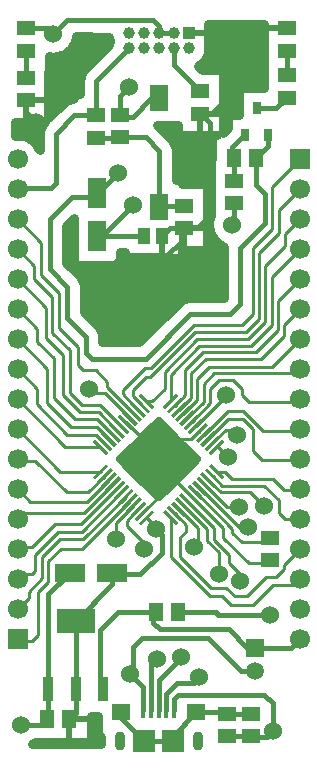
<source format=gbr>
G04 DipTrace 2.4.0.2*
%INTop.gbr*%
%MOMM*%
%ADD14C,0.406*%
%ADD15C,0.254*%
%ADD16C,0.4*%
%ADD17C,0.635*%
%ADD18C,0.762*%
%ADD19C,0.508*%
%ADD21R,2.6X1.6*%
%ADD22R,1.3X1.5*%
%ADD23R,1.5X1.3*%
%ADD24R,1.6X2.6*%
%ADD26R,1.7X1.7*%
%ADD27C,1.7*%
%ADD28R,1.9X1.9*%
%ADD29O,0.9X1.6*%
%ADD30R,1.6X1.4*%
%ADD31R,0.4X1.35*%
%ADD32R,1.0X1.0*%
%ADD33C,1.0*%
%ADD34R,1.0X1.35*%
%ADD35R,1.5X1.5*%
%ADD36C,1.5*%
%ADD38R,0.65X1.05*%
%ADD39R,1.6X2.2*%
%ADD41R,0.95X2.15*%
%ADD42R,3.25X2.15*%
%ADD44C,1.524*%
%FSLAX53Y53*%
G04*
G71*
G90*
G75*
G01*
%LNTop*%
%LPD*%
X16002Y61468D2*
D14*
X19457D1*
X21895D1*
X22337Y61910D1*
X24308D1*
X16992Y54658D2*
X17933D1*
X20921Y57646D1*
Y60004D1*
X19457Y61468D1*
X11022Y28900D2*
D15*
X11004D1*
X8890Y31015D1*
X7903D1*
X7565Y31352D1*
X16962Y22960D2*
X16967D1*
X20628Y19299D1*
X21085D1*
X21009Y19679D1*
X12437Y20486D2*
X13257Y19665D1*
D14*
Y19517D1*
X13748Y19026D1*
Y17503D1*
X11906Y15661D1*
X9531D1*
Y15813D1*
X5899Y3392D2*
X6431Y3923D1*
Y5955D1*
Y11755D1*
X9531Y14855D1*
Y15813D1*
X13761Y44328D2*
X14398Y44965D1*
X15650D1*
X16992Y54658D2*
X17800Y53850D1*
Y46024D1*
X16741Y44965D1*
X15650D1*
X2200Y55826D2*
Y54836D1*
X3068Y53968D1*
X8214Y40556D2*
X10381Y42723D1*
X14202D1*
X15327Y43848D1*
Y44277D1*
X2415Y55826D2*
X2200D1*
X10669Y28547D2*
D15*
X12114Y27102D1*
X13117D1*
X16224D1*
X16962Y27840D1*
X16255Y22253D2*
X15011Y23497D1*
Y25207D1*
X14580Y25639D1*
X13117Y27102D1*
X12083Y20839D2*
X14580Y23336D1*
Y25639D1*
X2261Y61910D2*
D14*
X4028D1*
X4521Y61417D1*
X14732Y61468D2*
X13462D1*
Y62103D1*
X12979Y62586D1*
X5690D1*
X4521Y61417D1*
X13462Y55987D2*
X12858D1*
X11303Y54432D1*
X10333D1*
X10185Y54580D1*
X14762Y4199D2*
D16*
Y5135D1*
D14*
X15113Y5486D1*
X22403D1*
X23114Y4775D1*
Y2371D1*
X22622Y1880D1*
X21361D1*
X21260Y1981D1*
X19228Y1986D2*
X21255D1*
X21260Y1981D1*
X22716Y52867D2*
Y51895D1*
X21723Y50902D1*
X16255Y22253D2*
D15*
Y22226D1*
X18916Y19565D1*
Y18766D1*
X21085Y16598D1*
X22634D1*
X22907Y16871D1*
X3999Y3392D2*
D14*
X4131Y3523D1*
Y5955D1*
X12735Y24850D2*
X12561Y24676D1*
Y24215D1*
X13114Y24768D1*
Y25045D1*
X13045Y24976D1*
X4131Y5955D2*
Y14013D1*
X5931Y15813D1*
X1770Y2934D2*
X3542D1*
X3999Y3392D1*
X10995Y56955D2*
X10185Y56145D1*
Y54580D1*
X21723Y50902D2*
Y48641D1*
X22457Y47907D1*
Y45403D1*
X20355Y43301D1*
Y38529D1*
X19529Y37702D1*
X16120D1*
X12353Y33935D1*
X7811D1*
X7333Y34413D1*
Y35734D1*
X5730Y37337D1*
Y40009D1*
X4252Y41487D1*
Y45763D1*
X6107Y47618D1*
X7898D1*
X8232Y47951D1*
X8351D1*
X10062Y49663D1*
X15121Y12497D2*
X18282D1*
X18528Y12251D1*
X22881D1*
X16609Y28193D2*
D15*
X19205Y30789D1*
Y30816D1*
X8232Y44351D2*
D14*
X8256Y44328D1*
X12261D1*
X11276Y46921D2*
X8707Y44351D1*
X8232D1*
X20816Y52867D2*
X20675D1*
X19696Y51887D1*
Y51028D1*
X19823Y50902D1*
X19831Y49012D2*
Y50893D1*
X19823Y50902D1*
X21766Y55167D2*
X23442D1*
X24308Y56032D1*
X10185Y52680D2*
X12395D1*
X13538Y51537D1*
Y46863D1*
X13462Y46787D1*
X8204Y52629D2*
X10135D1*
X10185Y52680D1*
X15650Y46865D2*
X13540D1*
X21260Y3881D2*
X19233D1*
X19228Y3886D1*
X10262Y3974D2*
Y3524D1*
X12262Y1524D1*
X14662D1*
Y1974D1*
X16662Y3974D1*
X19140D1*
X19228Y3886D1*
X14112Y4199D2*
D16*
X14100Y4211D1*
D14*
Y5545D1*
X15058Y6504D1*
X16478D1*
X16886Y6912D1*
Y6983D1*
X16609Y22607D2*
D15*
X16635D1*
X19715Y19527D1*
Y19185D1*
X20514Y18386D1*
X22522D1*
X22907Y18771D1*
X2200Y57726D2*
D14*
Y59949D1*
X2261Y60010D1*
X12162Y4199D2*
D16*
X12144Y4217D1*
D14*
Y6165D1*
X11065Y7244D1*
X21597Y7455D2*
X20414D1*
X17620Y10249D1*
X12028D1*
X11267Y9489D1*
Y7445D1*
X11065Y7244D1*
X24308Y57932D2*
Y60010D1*
X17669Y27132D2*
D15*
X17671D1*
X19333Y28795D1*
X20646D1*
X21463Y27978D1*
Y26150D1*
X22226Y25387D1*
X25387D1*
X25400Y25400D1*
X17316Y27486D2*
Y27487D1*
X19298Y29469D1*
X20629D1*
X22279Y27818D1*
X25278D1*
X25400Y27940D1*
X15548Y29254D2*
X15554D1*
X16724Y30424D1*
Y32217D1*
X17771Y33264D1*
X23104D1*
X25400Y35560D1*
X15194Y29607D2*
X15215D1*
X16228Y30619D1*
Y32678D1*
X17452Y33902D1*
X22154D1*
X24071Y35820D1*
Y36771D1*
X25400Y38100D1*
X14841Y29961D2*
X15731Y30851D1*
Y32945D1*
X17257Y34471D1*
X21711D1*
X23574Y36335D1*
Y38814D1*
X25400Y40640D1*
X14487Y30314D2*
Y32570D1*
X16884Y34967D1*
X21270D1*
X23042Y36739D1*
Y40822D1*
X25400Y43180D1*
X12437Y30314D2*
X12888D1*
X13974Y31400D1*
Y32838D1*
X16689Y35553D1*
X21050D1*
X22492Y36995D1*
Y41815D1*
X24160Y43483D1*
Y44480D1*
X25400Y45720D1*
X12083Y29961D2*
Y29975D1*
X11312Y30747D1*
Y31313D1*
X12359Y32360D1*
X12727D1*
X16547Y36180D1*
X20827D1*
X21942Y37295D1*
Y42900D1*
X23628Y44585D1*
Y46488D1*
X25400Y48260D1*
X11730Y29607D2*
X10442Y30895D1*
Y31291D1*
X12306Y33154D1*
X12803D1*
X16440Y36792D1*
X20540D1*
X21463Y37715D1*
Y43270D1*
X23078Y44885D1*
Y48478D1*
X25400Y50800D1*
X11376Y29254D2*
Y29261D1*
X9130Y31507D1*
Y31936D1*
X8121Y32946D1*
X7047D1*
X6596Y33397D1*
Y34943D1*
X5008Y36532D1*
Y39524D1*
X3547Y40984D1*
Y43697D1*
X1524Y45720D1*
X9608Y27486D2*
X9603D1*
X8228Y28861D1*
X6366D1*
X4621Y30605D1*
Y33953D1*
X3204Y35370D1*
Y36420D1*
X1524Y38100D1*
X9255Y27132D2*
Y27147D1*
X8228Y28174D1*
X6056D1*
X4020Y30209D1*
Y33064D1*
X1524Y35560D1*
X8901Y26779D2*
X8172Y27508D1*
X5738D1*
X3182Y30063D1*
Y31362D1*
X1524Y33020D1*
X8548Y26425D2*
X5579D1*
X1524Y30480D1*
X8548Y24375D2*
X5089D1*
X1524Y27940D1*
X8901Y24021D2*
X7507Y22627D1*
X5669D1*
X3006Y25290D1*
X1634D1*
X1524Y25400D1*
X9255Y23668D2*
X7384Y21797D1*
X2587D1*
X1524Y22860D1*
X9608Y23314D2*
X7123Y20829D1*
X2033D1*
X1524Y20320D1*
X9962Y22960D2*
X9934D1*
X6914Y19940D1*
X4666D1*
X2729Y18003D1*
X1747D1*
X1524Y17780D1*
X10315Y22607D2*
X10307D1*
X6983Y19283D1*
X4943D1*
X2971Y17312D1*
Y15928D1*
X2729Y15686D1*
X1970D1*
X1524Y15240D1*
X10669Y22253D2*
Y22243D1*
X7087Y18660D1*
X5150D1*
X3594Y17104D1*
Y15341D1*
X2453Y14199D1*
Y13629D1*
X1524Y12700D1*
X11022Y21900D2*
X11018D1*
X6948Y17830D1*
X5185D1*
X4113Y16758D1*
Y15029D1*
X3283Y14199D1*
Y10568D1*
X2729Y10015D1*
X1669D1*
X1524Y10160D1*
X14732Y60198D2*
D14*
Y58817D1*
X16992Y56558D1*
X20255Y21374D2*
D15*
X19256D1*
X17316Y23314D1*
X17669Y23668D2*
X17675D1*
X18712Y22630D1*
X21213D1*
X22392Y21451D1*
X18023Y24021D2*
X18040D1*
X18872Y23190D1*
X22421D1*
X23628Y21983D1*
Y20900D1*
X24196Y20333D1*
X25387D1*
X25400Y20320D1*
X18376Y24375D2*
X19071D1*
X19670Y23775D1*
X23166D1*
X24107Y22835D1*
X25375D1*
X25400Y22860D1*
X16255Y28547D2*
Y28571D1*
X17842Y30158D1*
Y31383D1*
X18606Y32146D1*
X19741D1*
X20558Y31329D1*
Y30832D1*
X21090Y30300D1*
X25220D1*
X25400Y30480D1*
X15902Y28900D2*
Y28927D1*
X17275Y30300D1*
Y31826D1*
X18144Y32696D1*
X25076D1*
X25400Y33020D1*
X10315Y28193D2*
Y28212D1*
X8529Y29999D1*
X7017D1*
X5952Y31063D1*
Y34637D1*
X4449Y36140D1*
Y39187D1*
X2925Y40712D1*
Y41779D1*
X1524Y43180D1*
X9962Y27840D2*
X9940D1*
X8400Y29379D1*
X6815D1*
X5330Y30865D1*
Y34253D1*
X3912Y35671D1*
Y38252D1*
X1524Y40640D1*
X14487Y20486D2*
Y17158D1*
X17793Y13852D1*
X18822D1*
X19622Y13052D1*
X21423D1*
X23138Y14766D1*
X24926D1*
X25400Y15240D1*
X14841Y20839D2*
Y20834D1*
X15821Y19854D1*
Y19311D1*
X15250Y18739D1*
Y17139D1*
X17879Y14509D1*
X19194D1*
X19908Y13795D1*
X20966D1*
X22595Y15424D1*
X23424D1*
X24110Y16110D1*
Y16490D1*
X25400Y17780D1*
X12812Y4199D2*
D16*
X12828Y4215D1*
D14*
Y7999D1*
X13348Y8519D1*
X9853Y18635D2*
X10036D1*
Y18791D1*
X11376Y21546D2*
D15*
X9853Y20023D1*
Y18635D1*
X13462Y4199D2*
D14*
Y6736D1*
X15319Y8593D1*
Y8694D1*
X11730Y21193D2*
D15*
X10763Y20226D1*
Y19777D1*
X12213Y18326D1*
Y18031D1*
D14*
Y17829D1*
X15194Y21193D2*
D15*
X16796Y19591D1*
Y18359D1*
D14*
X16441Y18004D1*
X13221Y12497D2*
X10029D1*
X8520Y10987D1*
Y5955D1*
X8731D1*
X21597Y9455D2*
X20963D1*
X19408Y11010D1*
X13549D1*
X13017Y11543D1*
Y12293D1*
X13221Y12497D1*
X21597Y9455D2*
X24695D1*
X25400Y10160D1*
X18376Y26425D2*
D15*
X18480D1*
X19335Y25570D1*
X18023Y26779D2*
X19129Y27885D1*
X19674D1*
X20062Y27498D1*
X15548Y21546D2*
X17602Y19492D1*
Y18491D1*
X18567Y17526D1*
Y15697D1*
X8204Y54529D2*
D14*
Y57480D1*
X10922Y60198D1*
X8204Y54529D2*
X6303D1*
X4766Y52992D1*
Y48770D1*
X4386Y48389D1*
X1653D1*
X1524Y48260D1*
X15902Y21900D2*
D15*
Y21894D1*
X18161Y19634D1*
Y18618D1*
X19431Y17348D1*
Y16637D1*
X20396Y15672D1*
Y15164D1*
X20371Y15138D1*
X19831Y47112D2*
D14*
Y45847D1*
X20062Y45617D1*
X19671Y45226D1*
D44*
X7565Y31352D3*
D3*
X21009Y19679D3*
D3*
X13257Y19517D3*
D3*
X3068Y53968D3*
X8214Y40556D3*
X4521Y61417D3*
X12735Y24850D3*
X1770Y2934D3*
X23114Y2371D3*
X10995Y56955D3*
X10062Y49663D3*
X22881Y12251D3*
X19205Y30816D3*
X11276Y46921D3*
X19205Y30816D3*
X16886Y6983D3*
X11065Y7244D3*
X20255Y21374D3*
X22392Y21451D3*
D3*
X13348Y8519D3*
X9853Y18635D3*
X13348Y8519D3*
X9853Y18635D3*
X15319Y8694D3*
X12213Y17829D3*
X15319Y8694D3*
X16441Y18004D3*
X19335Y25570D3*
D3*
X20062Y27498D3*
D3*
X18567Y15697D3*
D3*
X20371Y15138D3*
X19671Y45226D3*
X20371Y15138D3*
X19671Y45226D3*
X13144Y28261D2*
D17*
X13780D1*
X12508Y27629D2*
X14415D1*
X11873Y26998D2*
X15050D1*
X11248Y26366D2*
X15695D1*
X10613Y25734D2*
X16311D1*
X10574Y25103D2*
X16350D1*
X11209Y24471D2*
X15715D1*
X11844Y23839D2*
X15080D1*
X12469Y23207D2*
X14455D1*
X13104Y22576D2*
X13820D1*
X13461Y28645D2*
X12263Y27447D1*
X11935Y27165D1*
X11768Y26952D1*
X10403Y25590D1*
X10217Y25401D1*
X11504Y24109D1*
X12565Y23048D1*
X13183Y22434D1*
X13297Y22296D1*
X13529Y22222D1*
X14661Y23353D1*
X14989Y23635D1*
X15156Y23848D1*
X16521Y25210D1*
X16707Y25399D1*
X15863Y26245D1*
X15581Y26574D1*
X15368Y26740D1*
X14005Y28106D1*
X13463Y28645D1*
X17747Y61471D2*
D18*
X22314D1*
X6403Y60713D2*
X9251D1*
X17747D2*
X22314D1*
X5862Y59954D2*
X8657D1*
X17747D2*
X22314D1*
X4258Y59195D2*
X7897D1*
X17414D2*
X22314D1*
X4258Y58437D2*
X7137D1*
X17133D2*
X22314D1*
X4195Y57678D2*
X6762D1*
X18987D2*
X22314D1*
X4195Y56919D2*
X6751D1*
X18987D2*
X22314D1*
X4195Y56161D2*
X6209D1*
X18987D2*
X20189D1*
X4195Y55402D2*
X5157D1*
X18987D2*
X20189D1*
X18987Y54643D2*
X20189D1*
X1346Y53885D2*
X3647D1*
X1346Y53126D2*
X3324D1*
X13976D2*
X14991D1*
X2883Y52367D2*
X3314D1*
X14716D2*
X17928D1*
X14987Y51609D2*
X17928D1*
X14987Y50850D2*
X17928D1*
X14987Y50091D2*
X17834D1*
X14987Y49333D2*
X17834D1*
X5706Y44781D2*
X6184D1*
X5706Y44022D2*
X6184D1*
X17653D2*
X18084D1*
X5706Y43263D2*
X6184D1*
X17653D2*
X18907D1*
X5706Y42505D2*
X6184D1*
X15508D2*
X18907D1*
X6018Y41746D2*
X18907D1*
X6778Y40987D2*
X18907D1*
X7164Y40229D2*
X18907D1*
X7185Y39470D2*
X18907D1*
X7185Y38711D2*
X15105D1*
X7185Y37953D2*
X14345D1*
X7893Y37194D2*
X13584D1*
X8591Y36435D2*
X12834D1*
X8789Y35677D2*
X12074D1*
X7799Y3054D2*
X8209D1*
X7799Y2295D2*
X8209D1*
X7799Y1537D2*
X8459D1*
X10206Y42960D2*
Y41878D1*
X6259D1*
Y45822D1*
X5630Y45193D1*
X5629Y42065D1*
X6703Y40983D1*
X6908Y40721D1*
X7045Y40418D1*
X7107Y40009D1*
Y37916D1*
X8307Y36707D1*
X8512Y36446D1*
X8648Y36142D1*
X8710Y35734D1*
Y35307D1*
X11780Y35312D1*
X15147Y38676D1*
X15408Y38881D1*
X15712Y39017D1*
X16120Y39079D1*
X18964D1*
X18978Y39529D1*
X18983Y43401D1*
X18472Y43707D1*
X18229Y43935D1*
X18029Y44201D1*
X17878Y44497D1*
X17780Y44816D1*
X17737Y45146D1*
X17752Y45478D1*
X17824Y45803D1*
X17907Y46006D1*
X17918Y48936D1*
X17907Y49189D1*
Y50836D1*
X18001D1*
X17999Y52825D1*
X18382Y52834D1*
X15068D1*
Y53715D1*
X13316Y53701D1*
X14512Y52510D1*
X14717Y52248D1*
X14853Y51945D1*
X14915Y51537D1*
Y49068D1*
X15435Y49060D1*
Y48696D1*
X17574Y48688D1*
X17563Y45041D1*
X17574Y44988D1*
Y43141D1*
X15434D1*
X15435Y42480D1*
X10588D1*
Y42948D1*
X10209Y42951D1*
X7723Y3709D2*
Y1468D1*
X3031Y1466D1*
X2752Y1267D1*
X8545Y1270D1*
X8549Y1874D1*
X8289Y2101D1*
Y3715D1*
X7723Y3706D1*
X4184Y59511D2*
Y58187D1*
X4132D1*
X4123Y55903D1*
Y54294D1*
X5329Y55502D1*
X5591Y55707D1*
X5895Y55844D1*
X6232Y55902D1*
X6281Y56039D1*
Y56352D1*
X6833D1*
X6828Y57480D1*
X6868Y57810D1*
X6986Y58121D1*
X7231Y58454D1*
X9271Y60494D1*
X9379Y60828D1*
X9271Y61202D1*
X6448Y61209D1*
X6343Y60764D1*
X6204Y60461D1*
X6015Y60187D1*
X5782Y59949D1*
X5512Y59755D1*
X5212Y59609D1*
X4892Y59518D1*
X4561Y59482D1*
X4179Y59516D1*
X1271Y52804D2*
X1655Y52819D1*
X1985Y52770D1*
X2301Y52668D1*
X2597Y52515D1*
X2864Y52316D1*
X3095Y52076D1*
X3282Y51801D1*
X3392Y51565D1*
X3389Y52992D1*
X3430Y53322D1*
X3548Y53633D1*
X3793Y53965D1*
X3830Y54002D1*
X1271Y54003D1*
X1270Y52809D1*
X22384Y56869D2*
Y62230D1*
X17670D1*
X17675Y60741D1*
Y59795D1*
X17628D1*
X17544Y59549D1*
X17385Y59256D1*
X17172Y59001D1*
X16912Y58794D1*
X16773Y58722D1*
X17112Y58384D1*
X18915Y58381D1*
X18905Y54734D1*
X18915Y54681D1*
Y53054D1*
X19319Y53457D1*
X19317Y54565D1*
X20265D1*
X20267Y56865D1*
X22384Y56876D1*
X22395Y57856D1*
X22384Y58109D1*
X22395Y59756D1*
X22384Y60853D1*
X22395Y61833D1*
X18989Y43420D2*
X18750Y43524D1*
X18472Y43707D1*
X18229Y43935D1*
X18029Y44201D1*
X17878Y44497D1*
X17780Y44816D1*
X17737Y45146D1*
X17752Y45478D1*
X17824Y45803D1*
X17907Y46006D1*
X5899Y3392D2*
D19*
Y1469D1*
Y3392D2*
X7722D1*
X22386Y61910D2*
X24308D1*
X16002Y61468D2*
X17674D1*
X13761Y44328D2*
Y42481D1*
X15650Y44965D2*
Y43142D1*
Y44965D2*
X17572D1*
X2200Y55826D2*
Y54004D1*
Y55826D2*
X4122D1*
X16992Y54658D2*
Y52835D1*
Y54658D2*
X18914D1*
D21*
X9531Y15813D3*
X5931D3*
D23*
X22907Y18771D3*
Y16871D3*
D24*
X8232Y44351D3*
Y47951D3*
D23*
X10185Y52680D3*
Y54580D3*
X21260Y1981D3*
Y3881D3*
D22*
X13221Y12497D3*
X15121D3*
X5899Y3392D3*
X3999D3*
D23*
X2261Y60010D3*
Y61910D3*
X24308D3*
Y60010D3*
D26*
X1524Y10160D3*
D27*
Y12700D3*
Y15240D3*
Y17780D3*
Y20320D3*
Y22860D3*
Y25400D3*
Y27940D3*
Y30480D3*
Y33020D3*
Y35560D3*
Y38100D3*
Y40640D3*
Y43180D3*
Y45720D3*
Y48260D3*
Y50800D3*
D26*
X25400D3*
D27*
Y48260D3*
Y45720D3*
Y43180D3*
Y40640D3*
Y38100D3*
Y35560D3*
Y33020D3*
Y30480D3*
Y27940D3*
Y25400D3*
Y22860D3*
Y20320D3*
Y17780D3*
Y15240D3*
Y12700D3*
Y10160D3*
D28*
X14662Y1524D3*
X12262D3*
D29*
X10162D3*
X16762D3*
D30*
X10262Y3974D3*
X16662D3*
D31*
X12162Y4199D3*
X12812D3*
X13462D3*
X14112D3*
X14762D3*
D32*
X16002Y61468D3*
D33*
X14732D3*
X13462D3*
X12192D3*
X10922D3*
X16002Y60198D3*
X14732D3*
X13462D3*
X12192D3*
X10922D3*
D34*
X13761Y44328D3*
X12261D3*
D35*
X21597Y9455D3*
D36*
Y7455D3*
D38*
X20816Y52867D3*
X22716D3*
X21766Y55167D3*
D23*
X15650Y46865D3*
Y44965D3*
X8204Y52629D3*
Y54529D3*
X19228Y3886D3*
Y1986D3*
X2200Y55826D3*
Y57726D3*
X24308Y56032D3*
Y57932D3*
X19831Y47112D3*
Y49012D3*
D22*
X21723Y50902D3*
X19823D3*
D23*
X16992Y56558D3*
Y54658D3*
D39*
X13462Y46787D3*
Y55987D3*
G36*
X18836Y27097D2*
X19048Y26885D1*
X17917Y25754D1*
X17705Y25966D1*
X18836Y27097D1*
G37*
G36*
X18482Y27451D2*
X18695Y27238D1*
X17563Y26107D1*
X17351Y26319D1*
X18482Y27451D1*
G37*
G36*
X18129Y27804D2*
X18341Y27592D1*
X17210Y26461D1*
X16998Y26673D1*
X18129Y27804D1*
G37*
G36*
X17775Y28158D2*
X17987Y27946D1*
X16856Y26814D1*
X16644Y27026D1*
X17775Y28158D1*
G37*
G36*
X17422Y28511D2*
X17634Y28299D1*
X16503Y27168D1*
X16290Y27380D1*
X17422Y28511D1*
G37*
G36*
X17068Y28865D2*
X17280Y28653D1*
X16149Y27521D1*
X15937Y27733D1*
X17068Y28865D1*
G37*
G36*
X16715Y29218D2*
X16927Y29006D1*
X15795Y27875D1*
X15583Y28087D1*
X16715Y29218D1*
G37*
G36*
X16361Y29572D2*
X16573Y29360D1*
X15442Y28228D1*
X15230Y28441D1*
X16361Y29572D1*
G37*
G36*
X16008Y29925D2*
X16220Y29713D1*
X15088Y28582D1*
X14876Y28794D1*
X16008Y29925D1*
G37*
G36*
X15654Y30279D2*
X15866Y30067D1*
X14735Y28936D1*
X14523Y29148D1*
X15654Y30279D1*
G37*
G36*
X15300Y30633D2*
X15513Y30420D1*
X14381Y29289D1*
X14169Y29501D1*
X15300Y30633D1*
G37*
G36*
X14947Y30986D2*
X15159Y30774D1*
X14028Y29643D1*
X13816Y29855D1*
X14947Y30986D1*
G37*
G36*
X11765Y30774D2*
X11977Y30986D1*
X13108Y29855D1*
X12896Y29643D1*
X11765Y30774D1*
G37*
G36*
X11411Y30420D2*
X11624Y30633D1*
X12755Y29501D1*
X12543Y29289D1*
X11411Y30420D1*
G37*
G36*
X11058Y30067D2*
X11270Y30279D1*
X12401Y29148D1*
X12189Y28936D1*
X11058Y30067D1*
G37*
G36*
X10704Y29713D2*
X10916Y29925D1*
X12048Y28794D1*
X11836Y28582D1*
X10704Y29713D1*
G37*
G36*
X10351Y29360D2*
X10563Y29572D1*
X11694Y28441D1*
X11482Y28228D1*
X10351Y29360D1*
G37*
G36*
X9997Y29006D2*
X10209Y29218D1*
X11341Y28087D1*
X11129Y27875D1*
X9997Y29006D1*
G37*
G36*
X9644Y28653D2*
X9856Y28865D1*
X10987Y27733D1*
X10775Y27521D1*
X9644Y28653D1*
G37*
G36*
X9290Y28299D2*
X9502Y28511D1*
X10634Y27380D1*
X10421Y27168D1*
X9290Y28299D1*
G37*
G36*
X8937Y27946D2*
X9149Y28158D1*
X10280Y27026D1*
X10068Y26814D1*
X8937Y27946D1*
G37*
G36*
X8583Y27592D2*
X8795Y27804D1*
X9926Y26673D1*
X9714Y26461D1*
X8583Y27592D1*
G37*
G36*
X8229Y27238D2*
X8442Y27451D1*
X9573Y26319D1*
X9361Y26107D1*
X8229Y27238D1*
G37*
G36*
X7876Y26885D2*
X8088Y27097D1*
X9219Y25966D1*
X9007Y25754D1*
X7876Y26885D1*
G37*
G36*
X9007Y25046D2*
X9219Y24834D1*
X8088Y23703D1*
X7876Y23915D1*
X9007Y25046D1*
G37*
G36*
X9361Y24693D2*
X9573Y24481D1*
X8442Y23349D1*
X8229Y23562D1*
X9361Y24693D1*
G37*
G36*
X9714Y24339D2*
X9926Y24127D1*
X8795Y22996D1*
X8583Y23208D1*
X9714Y24339D1*
G37*
G36*
X10068Y23986D2*
X10280Y23774D1*
X9149Y22642D1*
X8937Y22854D1*
X10068Y23986D1*
G37*
G36*
X10421Y23632D2*
X10634Y23420D1*
X9502Y22289D1*
X9290Y22501D1*
X10421Y23632D1*
G37*
G36*
X10775Y23279D2*
X10987Y23067D1*
X9856Y21935D1*
X9644Y22147D1*
X10775Y23279D1*
G37*
G36*
X11129Y22925D2*
X11341Y22713D1*
X10209Y21582D1*
X9997Y21794D1*
X11129Y22925D1*
G37*
G36*
X11482Y22572D2*
X11694Y22359D1*
X10563Y21228D1*
X10351Y21440D1*
X11482Y22572D1*
G37*
G36*
X11836Y22218D2*
X12048Y22006D1*
X10916Y20875D1*
X10704Y21087D1*
X11836Y22218D1*
G37*
G36*
X12189Y21864D2*
X12401Y21652D1*
X11270Y20521D1*
X11058Y20733D1*
X12189Y21864D1*
G37*
G36*
X12543Y21511D2*
X12755Y21299D1*
X11624Y20167D1*
X11411Y20380D1*
X12543Y21511D1*
G37*
G36*
X12896Y21157D2*
X13108Y20945D1*
X11977Y19814D1*
X11765Y20026D1*
X12896Y21157D1*
G37*
G36*
X13816Y20945D2*
X14028Y21157D1*
X15159Y20026D1*
X14947Y19814D1*
X13816Y20945D1*
G37*
G36*
X14169Y21299D2*
X14381Y21511D1*
X15513Y20380D1*
X15300Y20167D1*
X14169Y21299D1*
G37*
G36*
X14523Y21652D2*
X14735Y21864D1*
X15866Y20733D1*
X15654Y20521D1*
X14523Y21652D1*
G37*
G36*
X14876Y22006D2*
X15088Y22218D1*
X16220Y21087D1*
X16008Y20875D1*
X14876Y22006D1*
G37*
G36*
X15230Y22359D2*
X15442Y22572D1*
X16573Y21440D1*
X16361Y21228D1*
X15230Y22359D1*
G37*
G36*
X15583Y22713D2*
X15795Y22925D1*
X16927Y21794D1*
X16715Y21582D1*
X15583Y22713D1*
G37*
G36*
X15937Y23067D2*
X16149Y23279D1*
X17280Y22147D1*
X17068Y21935D1*
X15937Y23067D1*
G37*
G36*
X16290Y23420D2*
X16503Y23632D1*
X17634Y22501D1*
X17422Y22289D1*
X16290Y23420D1*
G37*
G36*
X16644Y23774D2*
X16856Y23986D1*
X17987Y22854D1*
X17775Y22642D1*
X16644Y23774D1*
G37*
G36*
X16998Y24127D2*
X17210Y24339D1*
X18341Y23208D1*
X18129Y22996D1*
X16998Y24127D1*
G37*
G36*
X17351Y24481D2*
X17563Y24693D1*
X18695Y23562D1*
X18482Y23349D1*
X17351Y24481D1*
G37*
G36*
X17705Y24834D2*
X17917Y25046D1*
X19048Y23915D1*
X18836Y23703D1*
X17705Y24834D1*
G37*
D41*
X4131Y5955D3*
X6431D3*
X8731D3*
D42*
X6431Y11755D3*
M02*

</source>
